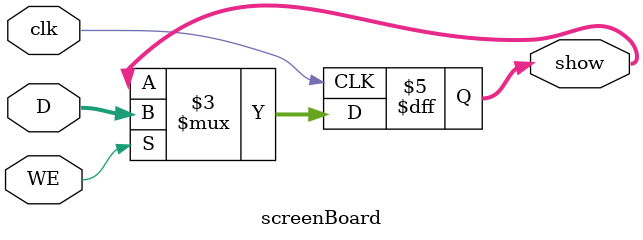
<source format=v>
module screenBoard (
    input[31:0] D,
    input WE,
    input clk,
    output reg[31:0]show
    //input reset
);  
    always @(posedge clk) begin
        if(WE) begin
            show<=D;
            $display("%d",$signed(D));
        end
    end
    initial begin
        show=0;
    end
endmodule //screenBoard

</source>
